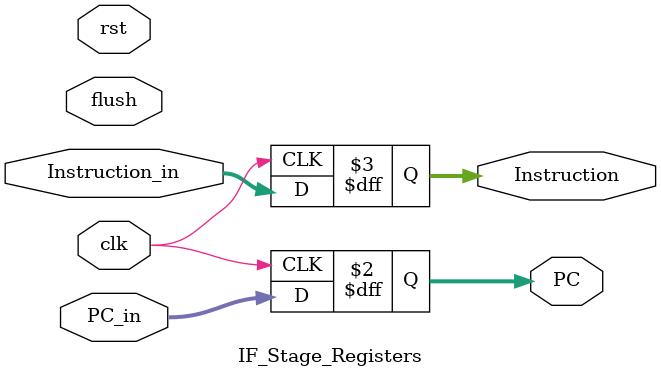
<source format=v>
module IF_Stage_Registers
	(
		input clk,
		input rst,
		input flush,
		input [31:0] PC_in,
		input [31:0] Instruction_in,
		output reg [31:0] PC,
		output reg [31:0] Instruction
	);

	always @ ( posedge clk ) begin
		Instruction <= Instruction_in;
		PC <= PC_in;
	end
endmodule

</source>
